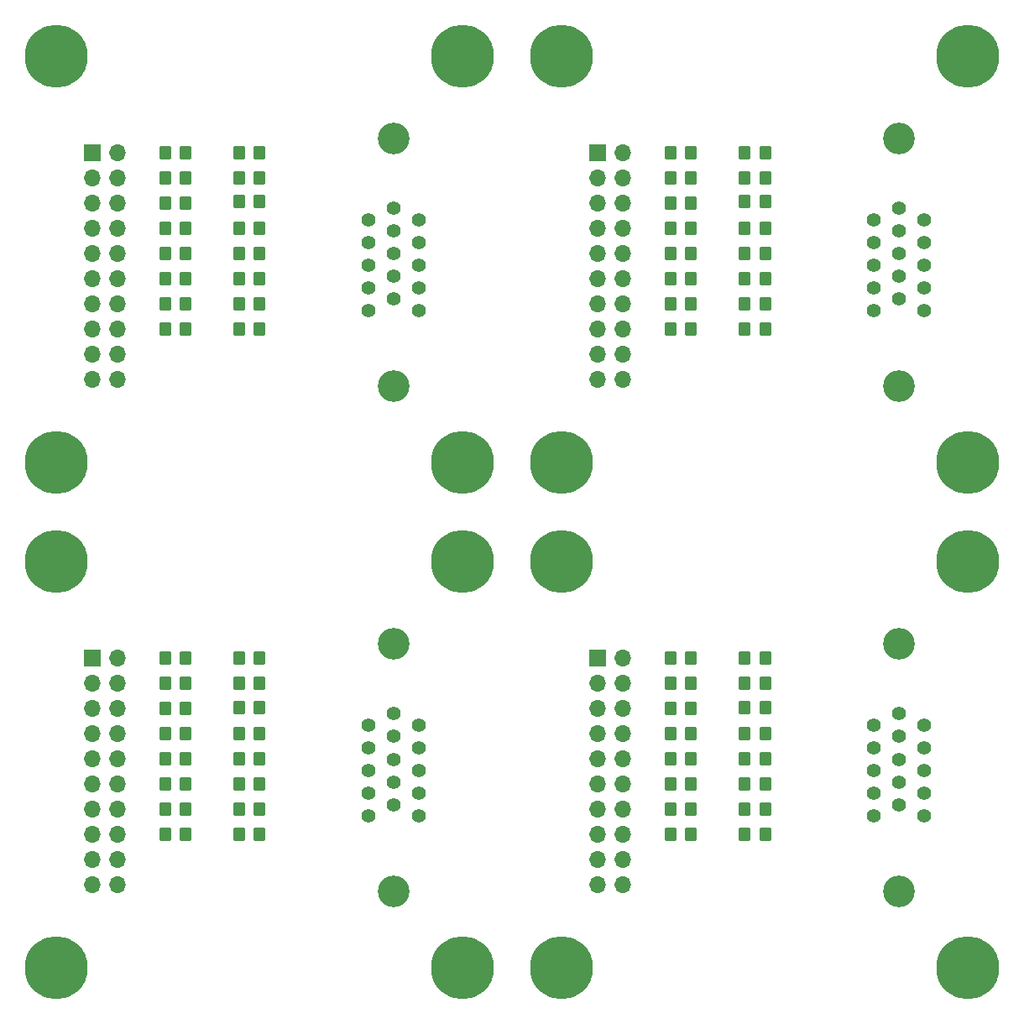
<source format=gts>
%MOIN*%
%OFA0B0*%
%FSLAX46Y46*%
%IPPOS*%
%LPD*%
%AMRoundRect*
4,1,4,
0.07874015748031496,0.11811023622047245,
0.15748031496062992,0.19685039370078741,
0.23622047244094491,0.27559055118110237,
0.31496062992125984,0.35433070866141736,
0.07874015748031496,0.11811023622047245,
0*
1,1,$1,$2,$3*
1,1,$1,$2,$3*
1,1,$1,$2,$3*
1,1,$1,$2,$3*
20,1,$1,$2,$3,$4,$5,0*
20,1,$1,$2,$3,$4,$5,0*
20,1,$1,$2,$3,$4,$5,0*
20,1,$1,$2,$3,$4,$5,0*%
%AMCOMP2*
4,1,3,
0.012795275590551183,0.017716535433070866,
-0.012795275590551183,0.017716535433070866,
-0.012795275590551183,-0.017716535433070866,
0.012795275590551183,-0.017716535433070866,
0*
4,1,19,
0.012795275590551183,0.027559055118110236,
0.015836781440698302,0.027077327916290882,
0.018580563506815681,0.025679301125737672,
0.020758041283217985,0.023501823349335368,
0.0221560680737712,0.020758041283217985,
0.022637795275590549,0.017716535433070866,
0.0221560680737712,0.014675029582923748,
0.020758041283217985,0.011931247516806368,
0.018580563506815681,0.0097537697404040634,
0.015836781440698302,0.0083557429498508518,
0.012795275590551184,0.0078740157480314977,
0.00975376974040406,0.0083557429498508518,
0.0070099876742866834,0.00975376974040406,
0.0048325098978843775,0.011931247516806368,
0.0034344831073311669,0.014675029582923745,
0.0029527559055118114,0.017716535433070866,
0.0034344831073311656,0.020758041283217985,
0.0048325098978843749,0.023501823349335368,
0.00700998767428668,0.025679301125737672,
0.00975376974040406,0.027077327916290882,
0*
4,1,19,
-0.012795275590551183,0.027559055118110236,
-0.0097537697404040617,0.027077327916290882,
-0.0070099876742866826,0.025679301125737672,
-0.0048325098978843758,0.023501823349335368,
-0.0034344831073311669,0.020758041283217985,
-0.0029527559055118114,0.017716535433070866,
-0.0034344831073311656,0.014675029582923748,
-0.0048325098978843758,0.011931247516806368,
-0.0070099876742866817,0.0097537697404040634,
-0.0097537697404040617,0.0083557429498508518,
-0.012795275590551181,0.0078740157480314977,
-0.015836781440698305,0.0083557429498508518,
-0.018580563506815681,0.00975376974040406,
-0.020758041283217985,0.011931247516806368,
-0.0221560680737712,0.014675029582923745,
-0.022637795275590549,0.017716535433070866,
-0.0221560680737712,0.020758041283217985,
-0.020758041283217992,0.023501823349335368,
-0.018580563506815684,0.025679301125737672,
-0.015836781440698305,0.027077327916290882,
0*
4,1,19,
-0.012795275590551183,-0.0078740157480314977,
-0.0097537697404040617,-0.0083557429498508518,
-0.0070099876742866826,-0.0097537697404040617,
-0.0048325098978843758,-0.011931247516806368,
-0.0034344831073311669,-0.014675029582923747,
-0.0029527559055118114,-0.017716535433070866,
-0.0034344831073311656,-0.020758041283217985,
-0.0048325098978843758,-0.023501823349335368,
-0.0070099876742866817,-0.025679301125737672,
-0.0097537697404040617,-0.027077327916290882,
-0.012795275590551181,-0.027559055118110236,
-0.015836781440698305,-0.027077327916290882,
-0.018580563506815681,-0.025679301125737675,
-0.020758041283217985,-0.023501823349335368,
-0.0221560680737712,-0.020758041283217992,
-0.022637795275590549,-0.017716535433070869,
-0.0221560680737712,-0.014675029582923748,
-0.020758041283217992,-0.011931247516806369,
-0.018580563506815684,-0.0097537697404040634,
-0.015836781440698305,-0.0083557429498508518,
0*
4,1,19,
0.012795275590551183,-0.0078740157480314977,
0.015836781440698302,-0.0083557429498508518,
0.018580563506815681,-0.0097537697404040617,
0.020758041283217985,-0.011931247516806368,
0.0221560680737712,-0.014675029582923747,
0.022637795275590549,-0.017716535433070866,
0.0221560680737712,-0.020758041283217985,
0.020758041283217985,-0.023501823349335368,
0.018580563506815681,-0.025679301125737672,
0.015836781440698302,-0.027077327916290882,
0.012795275590551184,-0.027559055118110236,
0.00975376974040406,-0.027077327916290882,
0.0070099876742866834,-0.025679301125737675,
0.0048325098978843775,-0.023501823349335368,
0.0034344831073311669,-0.020758041283217992,
0.0029527559055118114,-0.017716535433070869,
0.0034344831073311656,-0.014675029582923748,
0.0048325098978843749,-0.011931247516806369,
0.00700998767428668,-0.0097537697404040634,
0.00975376974040406,-0.0083557429498508518,
0*
4,1,3,
0.012795275590551183,0.027559055118110236,
0.012795275590551183,0.0078740157480314977,
-0.012795275590551183,0.0078740157480314977,
-0.012795275590551183,0.027559055118110236,
0*
4,1,3,
-0.022637795275590549,0.017716535433070866,
-0.0029527559055118114,0.017716535433070866,
-0.0029527559055118114,-0.017716535433070866,
-0.022637795275590549,-0.017716535433070866,
0*
4,1,3,
-0.012795275590551183,-0.027559055118110236,
-0.012795275590551183,-0.0078740157480314977,
0.012795275590551183,-0.0078740157480314977,
0.012795275590551183,-0.027559055118110236,
0*
4,1,3,
0.022637795275590549,-0.017716535433070866,
0.0029527559055118114,-0.017716535433070866,
0.0029527559055118114,0.017716535433070866,
0.022637795275590549,0.017716535433070866,
0*%
%AMRoundRect0*
4,1,4,
0.07874015748031496,0.11811023622047245,
0.15748031496062992,0.19685039370078741,
0.23622047244094491,0.27559055118110237,
0.31496062992125984,0.35433070866141736,
0.07874015748031496,0.11811023622047245,
0*
1,1,$1,$2,$3*
1,1,$1,$2,$3*
1,1,$1,$2,$3*
1,1,$1,$2,$3*
20,1,$1,$2,$3,$4,$5,0*
20,1,$1,$2,$3,$4,$5,0*
20,1,$1,$2,$3,$4,$5,0*
20,1,$1,$2,$3,$4,$5,0*%
%AMCOMP40*
4,1,3,
0.012795275590551183,0.017716535433070866,
-0.012795275590551183,0.017716535433070866,
-0.012795275590551183,-0.017716535433070866,
0.012795275590551183,-0.017716535433070866,
0*
4,1,19,
0.012795275590551183,0.027559055118110236,
0.015836781440698302,0.027077327916290882,
0.018580563506815681,0.025679301125737672,
0.020758041283217985,0.023501823349335368,
0.0221560680737712,0.020758041283217985,
0.022637795275590549,0.017716535433070866,
0.0221560680737712,0.014675029582923748,
0.020758041283217985,0.011931247516806368,
0.018580563506815681,0.0097537697404040634,
0.015836781440698302,0.0083557429498508518,
0.012795275590551184,0.0078740157480314977,
0.00975376974040406,0.0083557429498508518,
0.0070099876742866834,0.00975376974040406,
0.0048325098978843775,0.011931247516806368,
0.0034344831073311669,0.014675029582923745,
0.0029527559055118114,0.017716535433070866,
0.0034344831073311656,0.020758041283217985,
0.0048325098978843749,0.023501823349335368,
0.00700998767428668,0.025679301125737672,
0.00975376974040406,0.027077327916290882,
0*
4,1,19,
-0.012795275590551183,0.027559055118110236,
-0.0097537697404040617,0.027077327916290882,
-0.0070099876742866826,0.025679301125737672,
-0.0048325098978843758,0.023501823349335368,
-0.0034344831073311669,0.020758041283217985,
-0.0029527559055118114,0.017716535433070866,
-0.0034344831073311656,0.014675029582923748,
-0.0048325098978843758,0.011931247516806368,
-0.0070099876742866817,0.0097537697404040634,
-0.0097537697404040617,0.0083557429498508518,
-0.012795275590551181,0.0078740157480314977,
-0.015836781440698305,0.0083557429498508518,
-0.018580563506815681,0.00975376974040406,
-0.020758041283217985,0.011931247516806368,
-0.0221560680737712,0.014675029582923745,
-0.022637795275590549,0.017716535433070866,
-0.0221560680737712,0.020758041283217985,
-0.020758041283217992,0.023501823349335368,
-0.018580563506815684,0.025679301125737672,
-0.015836781440698305,0.027077327916290882,
0*
4,1,19,
-0.012795275590551183,-0.0078740157480314977,
-0.0097537697404040617,-0.0083557429498508518,
-0.0070099876742866826,-0.0097537697404040617,
-0.0048325098978843758,-0.011931247516806368,
-0.0034344831073311669,-0.014675029582923747,
-0.0029527559055118114,-0.017716535433070866,
-0.0034344831073311656,-0.020758041283217985,
-0.0048325098978843758,-0.023501823349335368,
-0.0070099876742866817,-0.025679301125737672,
-0.0097537697404040617,-0.027077327916290882,
-0.012795275590551181,-0.027559055118110236,
-0.015836781440698305,-0.027077327916290882,
-0.018580563506815681,-0.025679301125737675,
-0.020758041283217985,-0.023501823349335368,
-0.0221560680737712,-0.020758041283217992,
-0.022637795275590549,-0.017716535433070869,
-0.0221560680737712,-0.014675029582923748,
-0.020758041283217992,-0.011931247516806369,
-0.018580563506815684,-0.0097537697404040634,
-0.015836781440698305,-0.0083557429498508518,
0*
4,1,19,
0.012795275590551183,-0.0078740157480314977,
0.015836781440698302,-0.0083557429498508518,
0.018580563506815681,-0.0097537697404040617,
0.020758041283217985,-0.011931247516806368,
0.0221560680737712,-0.014675029582923747,
0.022637795275590549,-0.017716535433070866,
0.0221560680737712,-0.020758041283217985,
0.020758041283217985,-0.023501823349335368,
0.018580563506815681,-0.025679301125737672,
0.015836781440698302,-0.027077327916290882,
0.012795275590551184,-0.027559055118110236,
0.00975376974040406,-0.027077327916290882,
0.0070099876742866834,-0.025679301125737675,
0.0048325098978843775,-0.023501823349335368,
0.0034344831073311669,-0.020758041283217992,
0.0029527559055118114,-0.017716535433070869,
0.0034344831073311656,-0.014675029582923748,
0.0048325098978843749,-0.011931247516806369,
0.00700998767428668,-0.0097537697404040634,
0.00975376974040406,-0.0083557429498508518,
0*
4,1,3,
0.012795275590551183,0.027559055118110236,
0.012795275590551183,0.0078740157480314977,
-0.012795275590551183,0.0078740157480314977,
-0.012795275590551183,0.027559055118110236,
0*
4,1,3,
-0.022637795275590549,0.017716535433070866,
-0.0029527559055118114,0.017716535433070866,
-0.0029527559055118114,-0.017716535433070866,
-0.022637795275590549,-0.017716535433070866,
0*
4,1,3,
-0.012795275590551183,-0.027559055118110236,
-0.012795275590551183,-0.0078740157480314977,
0.012795275590551183,-0.0078740157480314977,
0.012795275590551183,-0.027559055118110236,
0*
4,1,3,
0.022637795275590549,-0.017716535433070866,
0.0029527559055118114,-0.017716535433070866,
0.0029527559055118114,0.017716535433070866,
0.022637795275590549,0.017716535433070866,
0*%
%AMRoundRect1*
4,1,4,
0.07874015748031496,0.11811023622047245,
0.15748031496062992,0.19685039370078741,
0.23622047244094491,0.27559055118110237,
0.31496062992125984,0.35433070866141736,
0.07874015748031496,0.11811023622047245,
0*
1,1,$1,$2,$3*
1,1,$1,$2,$3*
1,1,$1,$2,$3*
1,1,$1,$2,$3*
20,1,$1,$2,$3,$4,$5,0*
20,1,$1,$2,$3,$4,$5,0*
20,1,$1,$2,$3,$4,$5,0*
20,1,$1,$2,$3,$4,$5,0*%
%AMCOMP60*
4,1,3,
0.012795275590551183,0.017716535433070866,
-0.012795275590551183,0.017716535433070866,
-0.012795275590551183,-0.017716535433070866,
0.012795275590551183,-0.017716535433070866,
0*
4,1,19,
0.012795275590551183,0.027559055118110236,
0.015836781440698302,0.027077327916290882,
0.018580563506815681,0.025679301125737672,
0.020758041283217985,0.023501823349335368,
0.0221560680737712,0.020758041283217985,
0.022637795275590549,0.017716535433070866,
0.0221560680737712,0.014675029582923748,
0.020758041283217985,0.011931247516806368,
0.018580563506815681,0.0097537697404040634,
0.015836781440698302,0.0083557429498508518,
0.012795275590551184,0.0078740157480314977,
0.00975376974040406,0.0083557429498508518,
0.0070099876742866834,0.00975376974040406,
0.0048325098978843775,0.011931247516806368,
0.0034344831073311669,0.014675029582923745,
0.0029527559055118114,0.017716535433070866,
0.0034344831073311656,0.020758041283217985,
0.0048325098978843749,0.023501823349335368,
0.00700998767428668,0.025679301125737672,
0.00975376974040406,0.027077327916290882,
0*
4,1,19,
-0.012795275590551183,0.027559055118110236,
-0.0097537697404040617,0.027077327916290882,
-0.0070099876742866826,0.025679301125737672,
-0.0048325098978843758,0.023501823349335368,
-0.0034344831073311669,0.020758041283217985,
-0.0029527559055118114,0.017716535433070866,
-0.0034344831073311656,0.014675029582923748,
-0.0048325098978843758,0.011931247516806368,
-0.0070099876742866817,0.0097537697404040634,
-0.0097537697404040617,0.0083557429498508518,
-0.012795275590551181,0.0078740157480314977,
-0.015836781440698305,0.0083557429498508518,
-0.018580563506815681,0.00975376974040406,
-0.020758041283217985,0.011931247516806368,
-0.0221560680737712,0.014675029582923745,
-0.022637795275590549,0.017716535433070866,
-0.0221560680737712,0.020758041283217985,
-0.020758041283217992,0.023501823349335368,
-0.018580563506815684,0.025679301125737672,
-0.015836781440698305,0.027077327916290882,
0*
4,1,19,
-0.012795275590551183,-0.0078740157480314977,
-0.0097537697404040617,-0.0083557429498508518,
-0.0070099876742866826,-0.0097537697404040617,
-0.0048325098978843758,-0.011931247516806368,
-0.0034344831073311669,-0.014675029582923747,
-0.0029527559055118114,-0.017716535433070866,
-0.0034344831073311656,-0.020758041283217985,
-0.0048325098978843758,-0.023501823349335368,
-0.0070099876742866817,-0.025679301125737672,
-0.0097537697404040617,-0.027077327916290882,
-0.012795275590551181,-0.027559055118110236,
-0.015836781440698305,-0.027077327916290882,
-0.018580563506815681,-0.025679301125737675,
-0.020758041283217985,-0.023501823349335368,
-0.0221560680737712,-0.020758041283217992,
-0.022637795275590549,-0.017716535433070869,
-0.0221560680737712,-0.014675029582923748,
-0.020758041283217992,-0.011931247516806369,
-0.018580563506815684,-0.0097537697404040634,
-0.015836781440698305,-0.0083557429498508518,
0*
4,1,19,
0.012795275590551183,-0.0078740157480314977,
0.015836781440698302,-0.0083557429498508518,
0.018580563506815681,-0.0097537697404040617,
0.020758041283217985,-0.011931247516806368,
0.0221560680737712,-0.014675029582923747,
0.022637795275590549,-0.017716535433070866,
0.0221560680737712,-0.020758041283217985,
0.020758041283217985,-0.023501823349335368,
0.018580563506815681,-0.025679301125737672,
0.015836781440698302,-0.027077327916290882,
0.012795275590551184,-0.027559055118110236,
0.00975376974040406,-0.027077327916290882,
0.0070099876742866834,-0.025679301125737675,
0.0048325098978843775,-0.023501823349335368,
0.0034344831073311669,-0.020758041283217992,
0.0029527559055118114,-0.017716535433070869,
0.0034344831073311656,-0.014675029582923748,
0.0048325098978843749,-0.011931247516806369,
0.00700998767428668,-0.0097537697404040634,
0.00975376974040406,-0.0083557429498508518,
0*
4,1,3,
0.012795275590551183,0.027559055118110236,
0.012795275590551183,0.0078740157480314977,
-0.012795275590551183,0.0078740157480314977,
-0.012795275590551183,0.027559055118110236,
0*
4,1,3,
-0.022637795275590549,0.017716535433070866,
-0.0029527559055118114,0.017716535433070866,
-0.0029527559055118114,-0.017716535433070866,
-0.022637795275590549,-0.017716535433070866,
0*
4,1,3,
-0.012795275590551183,-0.027559055118110236,
-0.012795275590551183,-0.0078740157480314977,
0.012795275590551183,-0.0078740157480314977,
0.012795275590551183,-0.027559055118110236,
0*
4,1,3,
0.022637795275590549,-0.017716535433070866,
0.0029527559055118114,-0.017716535433070866,
0.0029527559055118114,0.017716535433070866,
0.022637795275590549,0.017716535433070866,
0*%
%AMRoundRect0*
4,1,4,
0.07874015748031496,0.11811023622047245,
0.15748031496062992,0.19685039370078741,
0.23622047244094491,0.27559055118110237,
0.31496062992125984,0.35433070866141736,
0.07874015748031496,0.11811023622047245,
0*
1,1,$1,$2,$3*
1,1,$1,$2,$3*
1,1,$1,$2,$3*
1,1,$1,$2,$3*
20,1,$1,$2,$3,$4,$5,0*
20,1,$1,$2,$3,$4,$5,0*
20,1,$1,$2,$3,$4,$5,0*
20,1,$1,$2,$3,$4,$5,0*%
%AMCOMP80*
4,1,3,
0.012795275590551183,0.017716535433070866,
-0.012795275590551183,0.017716535433070866,
-0.012795275590551183,-0.017716535433070866,
0.012795275590551183,-0.017716535433070866,
0*
4,1,19,
0.012795275590551183,0.027559055118110236,
0.015836781440698302,0.027077327916290882,
0.018580563506815681,0.025679301125737672,
0.020758041283217985,0.023501823349335368,
0.0221560680737712,0.020758041283217985,
0.022637795275590549,0.017716535433070866,
0.0221560680737712,0.014675029582923748,
0.020758041283217985,0.011931247516806368,
0.018580563506815681,0.0097537697404040634,
0.015836781440698302,0.0083557429498508518,
0.012795275590551184,0.0078740157480314977,
0.00975376974040406,0.0083557429498508518,
0.0070099876742866834,0.00975376974040406,
0.0048325098978843775,0.011931247516806368,
0.0034344831073311669,0.014675029582923745,
0.0029527559055118114,0.017716535433070866,
0.0034344831073311656,0.020758041283217985,
0.0048325098978843749,0.023501823349335368,
0.00700998767428668,0.025679301125737672,
0.00975376974040406,0.027077327916290882,
0*
4,1,19,
-0.012795275590551183,0.027559055118110236,
-0.0097537697404040617,0.027077327916290882,
-0.0070099876742866826,0.025679301125737672,
-0.0048325098978843758,0.023501823349335368,
-0.0034344831073311669,0.020758041283217985,
-0.0029527559055118114,0.017716535433070866,
-0.0034344831073311656,0.014675029582923748,
-0.0048325098978843758,0.011931247516806368,
-0.0070099876742866817,0.0097537697404040634,
-0.0097537697404040617,0.0083557429498508518,
-0.012795275590551181,0.0078740157480314977,
-0.015836781440698305,0.0083557429498508518,
-0.018580563506815681,0.00975376974040406,
-0.020758041283217985,0.011931247516806368,
-0.0221560680737712,0.014675029582923745,
-0.022637795275590549,0.017716535433070866,
-0.0221560680737712,0.020758041283217985,
-0.020758041283217992,0.023501823349335368,
-0.018580563506815684,0.025679301125737672,
-0.015836781440698305,0.027077327916290882,
0*
4,1,19,
-0.012795275590551183,-0.0078740157480314977,
-0.0097537697404040617,-0.0083557429498508518,
-0.0070099876742866826,-0.0097537697404040617,
-0.0048325098978843758,-0.011931247516806368,
-0.0034344831073311669,-0.014675029582923747,
-0.0029527559055118114,-0.017716535433070866,
-0.0034344831073311656,-0.020758041283217985,
-0.0048325098978843758,-0.023501823349335368,
-0.0070099876742866817,-0.025679301125737672,
-0.0097537697404040617,-0.027077327916290882,
-0.012795275590551181,-0.027559055118110236,
-0.015836781440698305,-0.027077327916290882,
-0.018580563506815681,-0.025679301125737675,
-0.020758041283217985,-0.023501823349335368,
-0.0221560680737712,-0.020758041283217992,
-0.022637795275590549,-0.017716535433070869,
-0.0221560680737712,-0.014675029582923748,
-0.020758041283217992,-0.011931247516806369,
-0.018580563506815684,-0.0097537697404040634,
-0.015836781440698305,-0.0083557429498508518,
0*
4,1,19,
0.012795275590551183,-0.0078740157480314977,
0.015836781440698302,-0.0083557429498508518,
0.018580563506815681,-0.0097537697404040617,
0.020758041283217985,-0.011931247516806368,
0.0221560680737712,-0.014675029582923747,
0.022637795275590549,-0.017716535433070866,
0.0221560680737712,-0.020758041283217985,
0.020758041283217985,-0.023501823349335368,
0.018580563506815681,-0.025679301125737672,
0.015836781440698302,-0.027077327916290882,
0.012795275590551184,-0.027559055118110236,
0.00975376974040406,-0.027077327916290882,
0.0070099876742866834,-0.025679301125737675,
0.0048325098978843775,-0.023501823349335368,
0.0034344831073311669,-0.020758041283217992,
0.0029527559055118114,-0.017716535433070869,
0.0034344831073311656,-0.014675029582923748,
0.0048325098978843749,-0.011931247516806369,
0.00700998767428668,-0.0097537697404040634,
0.00975376974040406,-0.0083557429498508518,
0*
4,1,3,
0.012795275590551183,0.027559055118110236,
0.012795275590551183,0.0078740157480314977,
-0.012795275590551183,0.0078740157480314977,
-0.012795275590551183,0.027559055118110236,
0*
4,1,3,
-0.022637795275590549,0.017716535433070866,
-0.0029527559055118114,0.017716535433070866,
-0.0029527559055118114,-0.017716535433070866,
-0.022637795275590549,-0.017716535433070866,
0*
4,1,3,
-0.012795275590551183,-0.027559055118110236,
-0.012795275590551183,-0.0078740157480314977,
0.012795275590551183,-0.0078740157480314977,
0.012795275590551183,-0.027559055118110236,
0*
4,1,3,
0.022637795275590549,-0.017716535433070866,
0.0029527559055118114,-0.017716535433070866,
0.0029527559055118114,0.017716535433070866,
0.022637795275590549,0.017716535433070866,
0*%
%ADD10C,0.25*%
%ADD11R,0.066929133858267723X0.066929133858267723*%
%ADD12O,0.066929133858267723X0.066929133858267723*%
%ADD13C,0.12598425196850396*%
%ADD14C,0.055000000000000007*%
%AMCOMP9*
4,1,3,
0.012795275590551183,0.017716535433070866,
-0.012795275590551183,0.017716535433070866,
-0.012795275590551183,-0.017716535433070866,
0.012795275590551183,-0.017716535433070866,
0*
4,1,19,
0.012795275590551183,0.027559055118110236,
0.015836781440698302,0.027077327916290882,
0.018580563506815681,0.025679301125737672,
0.020758041283217985,0.023501823349335368,
0.0221560680737712,0.020758041283217985,
0.022637795275590549,0.017716535433070866,
0.0221560680737712,0.014675029582923748,
0.020758041283217985,0.011931247516806368,
0.018580563506815681,0.0097537697404040634,
0.015836781440698302,0.0083557429498508518,
0.012795275590551184,0.0078740157480314977,
0.00975376974040406,0.0083557429498508518,
0.0070099876742866834,0.00975376974040406,
0.0048325098978843775,0.011931247516806368,
0.0034344831073311669,0.014675029582923745,
0.0029527559055118114,0.017716535433070866,
0.0034344831073311656,0.020758041283217985,
0.0048325098978843749,0.023501823349335368,
0.00700998767428668,0.025679301125737672,
0.00975376974040406,0.027077327916290882,
0*
4,1,19,
-0.012795275590551183,0.027559055118110236,
-0.0097537697404040617,0.027077327916290882,
-0.0070099876742866826,0.025679301125737672,
-0.0048325098978843758,0.023501823349335368,
-0.0034344831073311669,0.020758041283217985,
-0.0029527559055118114,0.017716535433070866,
-0.0034344831073311656,0.014675029582923748,
-0.0048325098978843758,0.011931247516806368,
-0.0070099876742866817,0.0097537697404040634,
-0.0097537697404040617,0.0083557429498508518,
-0.012795275590551181,0.0078740157480314977,
-0.015836781440698305,0.0083557429498508518,
-0.018580563506815681,0.00975376974040406,
-0.020758041283217985,0.011931247516806368,
-0.0221560680737712,0.014675029582923745,
-0.022637795275590549,0.017716535433070866,
-0.0221560680737712,0.020758041283217985,
-0.020758041283217992,0.023501823349335368,
-0.018580563506815684,0.025679301125737672,
-0.015836781440698305,0.027077327916290882,
0*
4,1,19,
-0.012795275590551183,-0.0078740157480314977,
-0.0097537697404040617,-0.0083557429498508518,
-0.0070099876742866826,-0.0097537697404040617,
-0.0048325098978843758,-0.011931247516806368,
-0.0034344831073311669,-0.014675029582923747,
-0.0029527559055118114,-0.017716535433070866,
-0.0034344831073311656,-0.020758041283217985,
-0.0048325098978843758,-0.023501823349335368,
-0.0070099876742866817,-0.025679301125737672,
-0.0097537697404040617,-0.027077327916290882,
-0.012795275590551181,-0.027559055118110236,
-0.015836781440698305,-0.027077327916290882,
-0.018580563506815681,-0.025679301125737675,
-0.020758041283217985,-0.023501823349335368,
-0.0221560680737712,-0.020758041283217992,
-0.022637795275590549,-0.017716535433070869,
-0.0221560680737712,-0.014675029582923748,
-0.020758041283217992,-0.011931247516806369,
-0.018580563506815684,-0.0097537697404040634,
-0.015836781440698305,-0.0083557429498508518,
0*
4,1,19,
0.012795275590551183,-0.0078740157480314977,
0.015836781440698302,-0.0083557429498508518,
0.018580563506815681,-0.0097537697404040617,
0.020758041283217985,-0.011931247516806368,
0.0221560680737712,-0.014675029582923747,
0.022637795275590549,-0.017716535433070866,
0.0221560680737712,-0.020758041283217985,
0.020758041283217985,-0.023501823349335368,
0.018580563506815681,-0.025679301125737672,
0.015836781440698302,-0.027077327916290882,
0.012795275590551184,-0.027559055118110236,
0.00975376974040406,-0.027077327916290882,
0.0070099876742866834,-0.025679301125737675,
0.0048325098978843775,-0.023501823349335368,
0.0034344831073311669,-0.020758041283217992,
0.0029527559055118114,-0.017716535433070869,
0.0034344831073311656,-0.014675029582923748,
0.0048325098978843749,-0.011931247516806369,
0.00700998767428668,-0.0097537697404040634,
0.00975376974040406,-0.0083557429498508518,
0*
4,1,3,
0.012795275590551183,0.027559055118110236,
0.012795275590551183,0.0078740157480314977,
-0.012795275590551183,0.0078740157480314977,
-0.012795275590551183,0.027559055118110236,
0*
4,1,3,
-0.022637795275590549,0.017716535433070866,
-0.0029527559055118114,0.017716535433070866,
-0.0029527559055118114,-0.017716535433070866,
-0.022637795275590549,-0.017716535433070866,
0*
4,1,3,
-0.012795275590551183,-0.027559055118110236,
-0.012795275590551183,-0.0078740157480314977,
0.012795275590551183,-0.0078740157480314977,
0.012795275590551183,-0.027559055118110236,
0*
4,1,3,
0.022637795275590549,-0.017716535433070866,
0.0029527559055118114,-0.017716535433070866,
0.0029527559055118114,0.017716535433070866,
0.022637795275590549,0.017716535433070866,
0*%
%ADD15COMP9,0.25X0.325X0.45X-0.325X0.45X-0.325X-0.45X0.325X-0.45X0*%
%ADD26C,0.25*%
%ADD27R,0.066929133858267723X0.066929133858267723*%
%ADD28O,0.066929133858267723X0.066929133858267723*%
%ADD29C,0.12598425196850396*%
%ADD30C,0.055000000000000007*%
%AMCOMP11*
4,1,3,
0.012795275590551183,0.017716535433070866,
-0.012795275590551183,0.017716535433070866,
-0.012795275590551183,-0.017716535433070866,
0.012795275590551183,-0.017716535433070866,
0*
4,1,19,
0.012795275590551183,0.027559055118110236,
0.015836781440698302,0.027077327916290882,
0.018580563506815681,0.025679301125737672,
0.020758041283217985,0.023501823349335368,
0.0221560680737712,0.020758041283217985,
0.022637795275590549,0.017716535433070866,
0.0221560680737712,0.014675029582923748,
0.020758041283217985,0.011931247516806368,
0.018580563506815681,0.0097537697404040634,
0.015836781440698302,0.0083557429498508518,
0.012795275590551184,0.0078740157480314977,
0.00975376974040406,0.0083557429498508518,
0.0070099876742866834,0.00975376974040406,
0.0048325098978843775,0.011931247516806368,
0.0034344831073311669,0.014675029582923745,
0.0029527559055118114,0.017716535433070866,
0.0034344831073311656,0.020758041283217985,
0.0048325098978843749,0.023501823349335368,
0.00700998767428668,0.025679301125737672,
0.00975376974040406,0.027077327916290882,
0*
4,1,19,
-0.012795275590551183,0.027559055118110236,
-0.0097537697404040617,0.027077327916290882,
-0.0070099876742866826,0.025679301125737672,
-0.0048325098978843758,0.023501823349335368,
-0.0034344831073311669,0.020758041283217985,
-0.0029527559055118114,0.017716535433070866,
-0.0034344831073311656,0.014675029582923748,
-0.0048325098978843758,0.011931247516806368,
-0.0070099876742866817,0.0097537697404040634,
-0.0097537697404040617,0.0083557429498508518,
-0.012795275590551181,0.0078740157480314977,
-0.015836781440698305,0.0083557429498508518,
-0.018580563506815681,0.00975376974040406,
-0.020758041283217985,0.011931247516806368,
-0.0221560680737712,0.014675029582923745,
-0.022637795275590549,0.017716535433070866,
-0.0221560680737712,0.020758041283217985,
-0.020758041283217992,0.023501823349335368,
-0.018580563506815684,0.025679301125737672,
-0.015836781440698305,0.027077327916290882,
0*
4,1,19,
-0.012795275590551183,-0.0078740157480314977,
-0.0097537697404040617,-0.0083557429498508518,
-0.0070099876742866826,-0.0097537697404040617,
-0.0048325098978843758,-0.011931247516806368,
-0.0034344831073311669,-0.014675029582923747,
-0.0029527559055118114,-0.017716535433070866,
-0.0034344831073311656,-0.020758041283217985,
-0.0048325098978843758,-0.023501823349335368,
-0.0070099876742866817,-0.025679301125737672,
-0.0097537697404040617,-0.027077327916290882,
-0.012795275590551181,-0.027559055118110236,
-0.015836781440698305,-0.027077327916290882,
-0.018580563506815681,-0.025679301125737675,
-0.020758041283217985,-0.023501823349335368,
-0.0221560680737712,-0.020758041283217992,
-0.022637795275590549,-0.017716535433070869,
-0.0221560680737712,-0.014675029582923748,
-0.020758041283217992,-0.011931247516806369,
-0.018580563506815684,-0.0097537697404040634,
-0.015836781440698305,-0.0083557429498508518,
0*
4,1,19,
0.012795275590551183,-0.0078740157480314977,
0.015836781440698302,-0.0083557429498508518,
0.018580563506815681,-0.0097537697404040617,
0.020758041283217985,-0.011931247516806368,
0.0221560680737712,-0.014675029582923747,
0.022637795275590549,-0.017716535433070866,
0.0221560680737712,-0.020758041283217985,
0.020758041283217985,-0.023501823349335368,
0.018580563506815681,-0.025679301125737672,
0.015836781440698302,-0.027077327916290882,
0.012795275590551184,-0.027559055118110236,
0.00975376974040406,-0.027077327916290882,
0.0070099876742866834,-0.025679301125737675,
0.0048325098978843775,-0.023501823349335368,
0.0034344831073311669,-0.020758041283217992,
0.0029527559055118114,-0.017716535433070869,
0.0034344831073311656,-0.014675029582923748,
0.0048325098978843749,-0.011931247516806369,
0.00700998767428668,-0.0097537697404040634,
0.00975376974040406,-0.0083557429498508518,
0*
4,1,3,
0.012795275590551183,0.027559055118110236,
0.012795275590551183,0.0078740157480314977,
-0.012795275590551183,0.0078740157480314977,
-0.012795275590551183,0.027559055118110236,
0*
4,1,3,
-0.022637795275590549,0.017716535433070866,
-0.0029527559055118114,0.017716535433070866,
-0.0029527559055118114,-0.017716535433070866,
-0.022637795275590549,-0.017716535433070866,
0*
4,1,3,
-0.012795275590551183,-0.027559055118110236,
-0.012795275590551183,-0.0078740157480314977,
0.012795275590551183,-0.0078740157480314977,
0.012795275590551183,-0.027559055118110236,
0*
4,1,3,
0.022637795275590549,-0.017716535433070866,
0.0029527559055118114,-0.017716535433070866,
0.0029527559055118114,0.017716535433070866,
0.022637795275590549,0.017716535433070866,
0*%
%ADD31COMP11,0.25X0.325X0.45X-0.325X0.45X-0.325X-0.45X0.325X-0.45X0*%
%ADD32C,0.25*%
%ADD33R,0.066929133858267723X0.066929133858267723*%
%ADD34O,0.066929133858267723X0.066929133858267723*%
%ADD35C,0.12598425196850396*%
%ADD36C,0.055000000000000007*%
%AMCOMP13*
4,1,3,
0.012795275590551183,0.017716535433070866,
-0.012795275590551183,0.017716535433070866,
-0.012795275590551183,-0.017716535433070866,
0.012795275590551183,-0.017716535433070866,
0*
4,1,19,
0.012795275590551183,0.027559055118110236,
0.015836781440698302,0.027077327916290882,
0.018580563506815681,0.025679301125737672,
0.020758041283217985,0.023501823349335368,
0.0221560680737712,0.020758041283217985,
0.022637795275590549,0.017716535433070866,
0.0221560680737712,0.014675029582923748,
0.020758041283217985,0.011931247516806368,
0.018580563506815681,0.0097537697404040634,
0.015836781440698302,0.0083557429498508518,
0.012795275590551184,0.0078740157480314977,
0.00975376974040406,0.0083557429498508518,
0.0070099876742866834,0.00975376974040406,
0.0048325098978843775,0.011931247516806368,
0.0034344831073311669,0.014675029582923745,
0.0029527559055118114,0.017716535433070866,
0.0034344831073311656,0.020758041283217985,
0.0048325098978843749,0.023501823349335368,
0.00700998767428668,0.025679301125737672,
0.00975376974040406,0.027077327916290882,
0*
4,1,19,
-0.012795275590551183,0.027559055118110236,
-0.0097537697404040617,0.027077327916290882,
-0.0070099876742866826,0.025679301125737672,
-0.0048325098978843758,0.023501823349335368,
-0.0034344831073311669,0.020758041283217985,
-0.0029527559055118114,0.017716535433070866,
-0.0034344831073311656,0.014675029582923748,
-0.0048325098978843758,0.011931247516806368,
-0.0070099876742866817,0.0097537697404040634,
-0.0097537697404040617,0.0083557429498508518,
-0.012795275590551181,0.0078740157480314977,
-0.015836781440698305,0.0083557429498508518,
-0.018580563506815681,0.00975376974040406,
-0.020758041283217985,0.011931247516806368,
-0.0221560680737712,0.014675029582923745,
-0.022637795275590549,0.017716535433070866,
-0.0221560680737712,0.020758041283217985,
-0.020758041283217992,0.023501823349335368,
-0.018580563506815684,0.025679301125737672,
-0.015836781440698305,0.027077327916290882,
0*
4,1,19,
-0.012795275590551183,-0.0078740157480314977,
-0.0097537697404040617,-0.0083557429498508518,
-0.0070099876742866826,-0.0097537697404040617,
-0.0048325098978843758,-0.011931247516806368,
-0.0034344831073311669,-0.014675029582923747,
-0.0029527559055118114,-0.017716535433070866,
-0.0034344831073311656,-0.020758041283217985,
-0.0048325098978843758,-0.023501823349335368,
-0.0070099876742866817,-0.025679301125737672,
-0.0097537697404040617,-0.027077327916290882,
-0.012795275590551181,-0.027559055118110236,
-0.015836781440698305,-0.027077327916290882,
-0.018580563506815681,-0.025679301125737675,
-0.020758041283217985,-0.023501823349335368,
-0.0221560680737712,-0.020758041283217992,
-0.022637795275590549,-0.017716535433070869,
-0.0221560680737712,-0.014675029582923748,
-0.020758041283217992,-0.011931247516806369,
-0.018580563506815684,-0.0097537697404040634,
-0.015836781440698305,-0.0083557429498508518,
0*
4,1,19,
0.012795275590551183,-0.0078740157480314977,
0.015836781440698302,-0.0083557429498508518,
0.018580563506815681,-0.0097537697404040617,
0.020758041283217985,-0.011931247516806368,
0.0221560680737712,-0.014675029582923747,
0.022637795275590549,-0.017716535433070866,
0.0221560680737712,-0.020758041283217985,
0.020758041283217985,-0.023501823349335368,
0.018580563506815681,-0.025679301125737672,
0.015836781440698302,-0.027077327916290882,
0.012795275590551184,-0.027559055118110236,
0.00975376974040406,-0.027077327916290882,
0.0070099876742866834,-0.025679301125737675,
0.0048325098978843775,-0.023501823349335368,
0.0034344831073311669,-0.020758041283217992,
0.0029527559055118114,-0.017716535433070869,
0.0034344831073311656,-0.014675029582923748,
0.0048325098978843749,-0.011931247516806369,
0.00700998767428668,-0.0097537697404040634,
0.00975376974040406,-0.0083557429498508518,
0*
4,1,3,
0.012795275590551183,0.027559055118110236,
0.012795275590551183,0.0078740157480314977,
-0.012795275590551183,0.0078740157480314977,
-0.012795275590551183,0.027559055118110236,
0*
4,1,3,
-0.022637795275590549,0.017716535433070866,
-0.0029527559055118114,0.017716535433070866,
-0.0029527559055118114,-0.017716535433070866,
-0.022637795275590549,-0.017716535433070866,
0*
4,1,3,
-0.012795275590551183,-0.027559055118110236,
-0.012795275590551183,-0.0078740157480314977,
0.012795275590551183,-0.0078740157480314977,
0.012795275590551183,-0.027559055118110236,
0*
4,1,3,
0.022637795275590549,-0.017716535433070866,
0.0029527559055118114,-0.017716535433070866,
0.0029527559055118114,0.017716535433070866,
0.022637795275590549,0.017716535433070866,
0*%
%ADD37COMP13,0.25X0.325X0.45X-0.325X0.45X-0.325X-0.45X0.325X-0.45X0*%
%ADD38C,0.25*%
%ADD39R,0.066929133858267723X0.066929133858267723*%
%ADD40O,0.066929133858267723X0.066929133858267723*%
%ADD41C,0.12598425196850396*%
%ADD42C,0.055000000000000007*%
%AMCOMP15*
4,1,3,
0.012795275590551183,0.017716535433070866,
-0.012795275590551183,0.017716535433070866,
-0.012795275590551183,-0.017716535433070866,
0.012795275590551183,-0.017716535433070866,
0*
4,1,19,
0.012795275590551183,0.027559055118110236,
0.015836781440698302,0.027077327916290882,
0.018580563506815681,0.025679301125737672,
0.020758041283217985,0.023501823349335368,
0.0221560680737712,0.020758041283217985,
0.022637795275590549,0.017716535433070866,
0.0221560680737712,0.014675029582923748,
0.020758041283217985,0.011931247516806368,
0.018580563506815681,0.0097537697404040634,
0.015836781440698302,0.0083557429498508518,
0.012795275590551184,0.0078740157480314977,
0.00975376974040406,0.0083557429498508518,
0.0070099876742866834,0.00975376974040406,
0.0048325098978843775,0.011931247516806368,
0.0034344831073311669,0.014675029582923745,
0.0029527559055118114,0.017716535433070866,
0.0034344831073311656,0.020758041283217985,
0.0048325098978843749,0.023501823349335368,
0.00700998767428668,0.025679301125737672,
0.00975376974040406,0.027077327916290882,
0*
4,1,19,
-0.012795275590551183,0.027559055118110236,
-0.0097537697404040617,0.027077327916290882,
-0.0070099876742866826,0.025679301125737672,
-0.0048325098978843758,0.023501823349335368,
-0.0034344831073311669,0.020758041283217985,
-0.0029527559055118114,0.017716535433070866,
-0.0034344831073311656,0.014675029582923748,
-0.0048325098978843758,0.011931247516806368,
-0.0070099876742866817,0.0097537697404040634,
-0.0097537697404040617,0.0083557429498508518,
-0.012795275590551181,0.0078740157480314977,
-0.015836781440698305,0.0083557429498508518,
-0.018580563506815681,0.00975376974040406,
-0.020758041283217985,0.011931247516806368,
-0.0221560680737712,0.014675029582923745,
-0.022637795275590549,0.017716535433070866,
-0.0221560680737712,0.020758041283217985,
-0.020758041283217992,0.023501823349335368,
-0.018580563506815684,0.025679301125737672,
-0.015836781440698305,0.027077327916290882,
0*
4,1,19,
-0.012795275590551183,-0.0078740157480314977,
-0.0097537697404040617,-0.0083557429498508518,
-0.0070099876742866826,-0.0097537697404040617,
-0.0048325098978843758,-0.011931247516806368,
-0.0034344831073311669,-0.014675029582923747,
-0.0029527559055118114,-0.017716535433070866,
-0.0034344831073311656,-0.020758041283217985,
-0.0048325098978843758,-0.023501823349335368,
-0.0070099876742866817,-0.025679301125737672,
-0.0097537697404040617,-0.027077327916290882,
-0.012795275590551181,-0.027559055118110236,
-0.015836781440698305,-0.027077327916290882,
-0.018580563506815681,-0.025679301125737675,
-0.020758041283217985,-0.023501823349335368,
-0.0221560680737712,-0.020758041283217992,
-0.022637795275590549,-0.017716535433070869,
-0.0221560680737712,-0.014675029582923748,
-0.020758041283217992,-0.011931247516806369,
-0.018580563506815684,-0.0097537697404040634,
-0.015836781440698305,-0.0083557429498508518,
0*
4,1,19,
0.012795275590551183,-0.0078740157480314977,
0.015836781440698302,-0.0083557429498508518,
0.018580563506815681,-0.0097537697404040617,
0.020758041283217985,-0.011931247516806368,
0.0221560680737712,-0.014675029582923747,
0.022637795275590549,-0.017716535433070866,
0.0221560680737712,-0.020758041283217985,
0.020758041283217985,-0.023501823349335368,
0.018580563506815681,-0.025679301125737672,
0.015836781440698302,-0.027077327916290882,
0.012795275590551184,-0.027559055118110236,
0.00975376974040406,-0.027077327916290882,
0.0070099876742866834,-0.025679301125737675,
0.0048325098978843775,-0.023501823349335368,
0.0034344831073311669,-0.020758041283217992,
0.0029527559055118114,-0.017716535433070869,
0.0034344831073311656,-0.014675029582923748,
0.0048325098978843749,-0.011931247516806369,
0.00700998767428668,-0.0097537697404040634,
0.00975376974040406,-0.0083557429498508518,
0*
4,1,3,
0.012795275590551183,0.027559055118110236,
0.012795275590551183,0.0078740157480314977,
-0.012795275590551183,0.0078740157480314977,
-0.012795275590551183,0.027559055118110236,
0*
4,1,3,
-0.022637795275590549,0.017716535433070866,
-0.0029527559055118114,0.017716535433070866,
-0.0029527559055118114,-0.017716535433070866,
-0.022637795275590549,-0.017716535433070866,
0*
4,1,3,
-0.012795275590551183,-0.027559055118110236,
-0.012795275590551183,-0.0078740157480314977,
0.012795275590551183,-0.0078740157480314977,
0.012795275590551183,-0.027559055118110236,
0*
4,1,3,
0.022637795275590549,-0.017716535433070866,
0.0029527559055118114,-0.017716535433070866,
0.0029527559055118114,0.017716535433070866,
0.022637795275590549,0.017716535433070866,
0*%
%ADD43COMP15,0.25X0.325X0.45X-0.325X0.45X-0.325X-0.45X0.325X-0.45X0*%
G01*
D10*
X-0000393700Y0002322834D02*
X0000157480Y0000157480D03*
X0001771653Y0000157480D03*
X0001771653Y0001771653D03*
X0000157480Y0001771653D03*
D11*
X0000301299Y0001387834D03*
D12*
X0000401299Y0001387834D03*
X0000301299Y0001287834D03*
X0000401299Y0001287834D03*
X0000301299Y0001187834D03*
X0000401299Y0001187834D03*
X0000301299Y0001087834D03*
X0000401299Y0001087834D03*
X0000301299Y0000987834D03*
X0000401299Y0000987834D03*
X0000301299Y0000887834D03*
X0000401299Y0000887834D03*
X0000301299Y0000787834D03*
X0000401299Y0000787834D03*
X0000301299Y0000687834D03*
X0000401299Y0000687834D03*
X0000301299Y0000587834D03*
X0000401299Y0000587834D03*
X0000301299Y0000487834D03*
X0000401299Y0000487834D03*
D13*
X0001498399Y0000460934D03*
X0001498399Y0001444734D03*
D14*
X0001398399Y0001122534D03*
X0001398399Y0001032334D03*
X0001398399Y0000942334D03*
X0001398399Y0000852034D03*
X0001398399Y0000761934D03*
X0001498399Y0001167634D03*
X0001498399Y0001077434D03*
X0001498399Y0000987234D03*
X0001498399Y0000897134D03*
X0001498399Y0000806934D03*
X0001598399Y0001122534D03*
X0001598399Y0001032334D03*
X0001598299Y0000942234D03*
X0001598399Y0000852034D03*
X0001598399Y0000761934D03*
D15*
X0000966653Y0001387834D03*
X0000885944Y0001387834D03*
X0000671653Y0001387834D03*
X0000590944Y0001387834D03*
X0000966653Y0001287834D03*
X0000885944Y0001287834D03*
X0000671653Y0001287834D03*
X0000590944Y0001287834D03*
X0000966653Y0001192834D03*
X0000885944Y0001192834D03*
X0000671653Y0001187834D03*
X0000590944Y0001187834D03*
X0000966653Y0001087834D03*
X0000885944Y0001087834D03*
X0000671653Y0001087834D03*
X0000590944Y0001087834D03*
X0000966653Y0000987834D03*
X0000885944Y0000987834D03*
X0000671653Y0000987834D03*
X0000590944Y0000987834D03*
X0000966653Y0000887834D03*
X0000885944Y0000887834D03*
X0000671653Y0000887834D03*
X0000590944Y0000887834D03*
X0000966653Y0000787834D03*
X0000885944Y0000787834D03*
X0000671653Y0000787834D03*
X0000590944Y0000787834D03*
X0000966653Y0000687834D03*
X0000885944Y0000687834D03*
X0000671653Y0000687834D03*
X0000590944Y0000687834D03*
G04 next file*
G04 #@! TF.GenerationSoftware,KiCad,Pcbnew,(6.0.1)*
G04 #@! TF.CreationDate,2022-05-17T17:19:42-04:00*
G04 #@! TF.ProjectId,VGAX49,56474158-3439-42e6-9b69-6361645f7063,X1*
G04 #@! TF.SameCoordinates,Original*
G04 #@! TF.FileFunction,Soldermask,Top*
G04 #@! TF.FilePolarity,Negative*
G04 Gerber Fmt 4.6, Leading zero omitted, Abs format (unit mm)*
G04 Created by KiCad (PCBNEW (6.0.1)) date 2022-05-17 17:19:42*
G01*
G04 APERTURE LIST*
G04 Aperture macros list*
G04 Aperture macros list end*
G04 APERTURE END LIST*
D26*
X0001614173Y0004330708D02*
X0002165354Y0002165354D03*
X0003779527Y0002165354D03*
X0003779527Y0003779527D03*
X0002165354Y0003779527D03*
D27*
X0002309173Y0003395708D03*
D28*
X0002409173Y0003395708D03*
X0002309173Y0003295708D03*
X0002409173Y0003295708D03*
X0002309173Y0003195708D03*
X0002409173Y0003195708D03*
X0002309173Y0003095708D03*
X0002409173Y0003095708D03*
X0002309173Y0002995708D03*
X0002409173Y0002995708D03*
X0002309173Y0002895708D03*
X0002409173Y0002895708D03*
X0002309173Y0002795708D03*
X0002409173Y0002795708D03*
X0002309173Y0002695708D03*
X0002409173Y0002695708D03*
X0002309173Y0002595708D03*
X0002409173Y0002595708D03*
X0002309173Y0002495708D03*
X0002409173Y0002495708D03*
D29*
X0003506273Y0002468808D03*
X0003506273Y0003452608D03*
D30*
X0003406273Y0003130408D03*
X0003406273Y0003040208D03*
X0003406273Y0002950208D03*
X0003406273Y0002859908D03*
X0003406273Y0002769808D03*
X0003506273Y0003175508D03*
X0003506273Y0003085308D03*
X0003506273Y0002995108D03*
X0003506273Y0002905008D03*
X0003506273Y0002814808D03*
X0003606273Y0003130408D03*
X0003606273Y0003040208D03*
X0003606173Y0002950108D03*
X0003606273Y0002859908D03*
X0003606273Y0002769808D03*
D31*
X0002974527Y0003395708D03*
X0002893818Y0003395708D03*
X0002679527Y0003395708D03*
X0002598818Y0003395708D03*
X0002974527Y0003295708D03*
X0002893818Y0003295708D03*
X0002679527Y0003295708D03*
X0002598818Y0003295708D03*
X0002974527Y0003200708D03*
X0002893818Y0003200708D03*
X0002679527Y0003195708D03*
X0002598818Y0003195708D03*
X0002974527Y0003095708D03*
X0002893818Y0003095708D03*
X0002679527Y0003095708D03*
X0002598818Y0003095708D03*
X0002974527Y0002995708D03*
X0002893818Y0002995708D03*
X0002679527Y0002995708D03*
X0002598818Y0002995708D03*
X0002974527Y0002895708D03*
X0002893818Y0002895708D03*
X0002679527Y0002895708D03*
X0002598818Y0002895708D03*
X0002974527Y0002795708D03*
X0002893818Y0002795708D03*
X0002679527Y0002795708D03*
X0002598818Y0002795708D03*
X0002974527Y0002695708D03*
X0002893818Y0002695708D03*
X0002679527Y0002695708D03*
X0002598818Y0002695708D03*
G04 next file*
G04 #@! TF.GenerationSoftware,KiCad,Pcbnew,(6.0.1)*
G04 #@! TF.CreationDate,2022-05-17T17:19:42-04:00*
G04 #@! TF.ProjectId,VGAX49,56474158-3439-42e6-9b69-6361645f7063,X1*
G04 #@! TF.SameCoordinates,Original*
G04 #@! TF.FileFunction,Soldermask,Top*
G04 #@! TF.FilePolarity,Negative*
G04 Gerber Fmt 4.6, Leading zero omitted, Abs format (unit mm)*
G04 Created by KiCad (PCBNEW (6.0.1)) date 2022-05-17 17:19:42*
G01*
G04 APERTURE LIST*
G04 Aperture macros list*
G04 Aperture macros list end*
G04 APERTURE END LIST*
D32*
X0001614173Y0002322834D02*
X0002165354Y0000157480D03*
X0003779527Y0000157480D03*
X0003779527Y0001771653D03*
X0002165354Y0001771653D03*
D33*
X0002309173Y0001387834D03*
D34*
X0002409173Y0001387834D03*
X0002309173Y0001287834D03*
X0002409173Y0001287834D03*
X0002309173Y0001187834D03*
X0002409173Y0001187834D03*
X0002309173Y0001087834D03*
X0002409173Y0001087834D03*
X0002309173Y0000987834D03*
X0002409173Y0000987834D03*
X0002309173Y0000887834D03*
X0002409173Y0000887834D03*
X0002309173Y0000787834D03*
X0002409173Y0000787834D03*
X0002309173Y0000687834D03*
X0002409173Y0000687834D03*
X0002309173Y0000587834D03*
X0002409173Y0000587834D03*
X0002309173Y0000487834D03*
X0002409173Y0000487834D03*
D35*
X0003506273Y0000460934D03*
X0003506273Y0001444734D03*
D36*
X0003406273Y0001122534D03*
X0003406273Y0001032334D03*
X0003406273Y0000942334D03*
X0003406273Y0000852034D03*
X0003406273Y0000761934D03*
X0003506273Y0001167634D03*
X0003506273Y0001077434D03*
X0003506273Y0000987234D03*
X0003506273Y0000897134D03*
X0003506273Y0000806934D03*
X0003606273Y0001122534D03*
X0003606273Y0001032334D03*
X0003606173Y0000942234D03*
X0003606273Y0000852034D03*
X0003606273Y0000761934D03*
D37*
X0002974527Y0001387834D03*
X0002893818Y0001387834D03*
X0002679527Y0001387834D03*
X0002598818Y0001387834D03*
X0002974527Y0001287834D03*
X0002893818Y0001287834D03*
X0002679527Y0001287834D03*
X0002598818Y0001287834D03*
X0002974527Y0001192834D03*
X0002893818Y0001192834D03*
X0002679527Y0001187834D03*
X0002598818Y0001187834D03*
X0002974527Y0001087834D03*
X0002893818Y0001087834D03*
X0002679527Y0001087834D03*
X0002598818Y0001087834D03*
X0002974527Y0000987834D03*
X0002893818Y0000987834D03*
X0002679527Y0000987834D03*
X0002598818Y0000987834D03*
X0002974527Y0000887834D03*
X0002893818Y0000887834D03*
X0002679527Y0000887834D03*
X0002598818Y0000887834D03*
X0002974527Y0000787834D03*
X0002893818Y0000787834D03*
X0002679527Y0000787834D03*
X0002598818Y0000787834D03*
X0002974527Y0000687834D03*
X0002893818Y0000687834D03*
X0002679527Y0000687834D03*
X0002598818Y0000687834D03*
G04 next file*
G04 #@! TF.GenerationSoftware,KiCad,Pcbnew,(6.0.1)*
G04 #@! TF.CreationDate,2022-05-17T17:19:42-04:00*
G04 #@! TF.ProjectId,VGAX49,56474158-3439-42e6-9b69-6361645f7063,X1*
G04 #@! TF.SameCoordinates,Original*
G04 #@! TF.FileFunction,Soldermask,Top*
G04 #@! TF.FilePolarity,Negative*
G04 Gerber Fmt 4.6, Leading zero omitted, Abs format (unit mm)*
G04 Created by KiCad (PCBNEW (6.0.1)) date 2022-05-17 17:19:42*
G01*
G04 APERTURE LIST*
G04 Aperture macros list*
G04 Aperture macros list end*
G04 APERTURE END LIST*
D38*
X-0000393700Y0004330708D02*
X0000157480Y0002165354D03*
X0001771653Y0002165354D03*
X0001771653Y0003779527D03*
X0000157480Y0003779527D03*
D39*
X0000301299Y0003395708D03*
D40*
X0000401299Y0003395708D03*
X0000301299Y0003295708D03*
X0000401299Y0003295708D03*
X0000301299Y0003195708D03*
X0000401299Y0003195708D03*
X0000301299Y0003095708D03*
X0000401299Y0003095708D03*
X0000301299Y0002995708D03*
X0000401299Y0002995708D03*
X0000301299Y0002895708D03*
X0000401299Y0002895708D03*
X0000301299Y0002795708D03*
X0000401299Y0002795708D03*
X0000301299Y0002695708D03*
X0000401299Y0002695708D03*
X0000301299Y0002595708D03*
X0000401299Y0002595708D03*
X0000301299Y0002495708D03*
X0000401299Y0002495708D03*
D41*
X0001498399Y0002468808D03*
X0001498399Y0003452608D03*
D42*
X0001398399Y0003130408D03*
X0001398399Y0003040208D03*
X0001398399Y0002950208D03*
X0001398399Y0002859908D03*
X0001398399Y0002769808D03*
X0001498399Y0003175508D03*
X0001498399Y0003085308D03*
X0001498399Y0002995108D03*
X0001498399Y0002905008D03*
X0001498399Y0002814808D03*
X0001598399Y0003130408D03*
X0001598399Y0003040208D03*
X0001598299Y0002950108D03*
X0001598399Y0002859908D03*
X0001598399Y0002769808D03*
D43*
X0000966653Y0003395708D03*
X0000885944Y0003395708D03*
X0000671653Y0003395708D03*
X0000590944Y0003395708D03*
X0000966653Y0003295708D03*
X0000885944Y0003295708D03*
X0000671653Y0003295708D03*
X0000590944Y0003295708D03*
X0000966653Y0003200708D03*
X0000885944Y0003200708D03*
X0000671653Y0003195708D03*
X0000590944Y0003195708D03*
X0000966653Y0003095708D03*
X0000885944Y0003095708D03*
X0000671653Y0003095708D03*
X0000590944Y0003095708D03*
X0000966653Y0002995708D03*
X0000885944Y0002995708D03*
X0000671653Y0002995708D03*
X0000590944Y0002995708D03*
X0000966653Y0002895708D03*
X0000885944Y0002895708D03*
X0000671653Y0002895708D03*
X0000590944Y0002895708D03*
X0000966653Y0002795708D03*
X0000885944Y0002795708D03*
X0000671653Y0002795708D03*
X0000590944Y0002795708D03*
X0000966653Y0002695708D03*
X0000885944Y0002695708D03*
X0000671653Y0002695708D03*
X0000590944Y0002695708D03*
M02*
</source>
